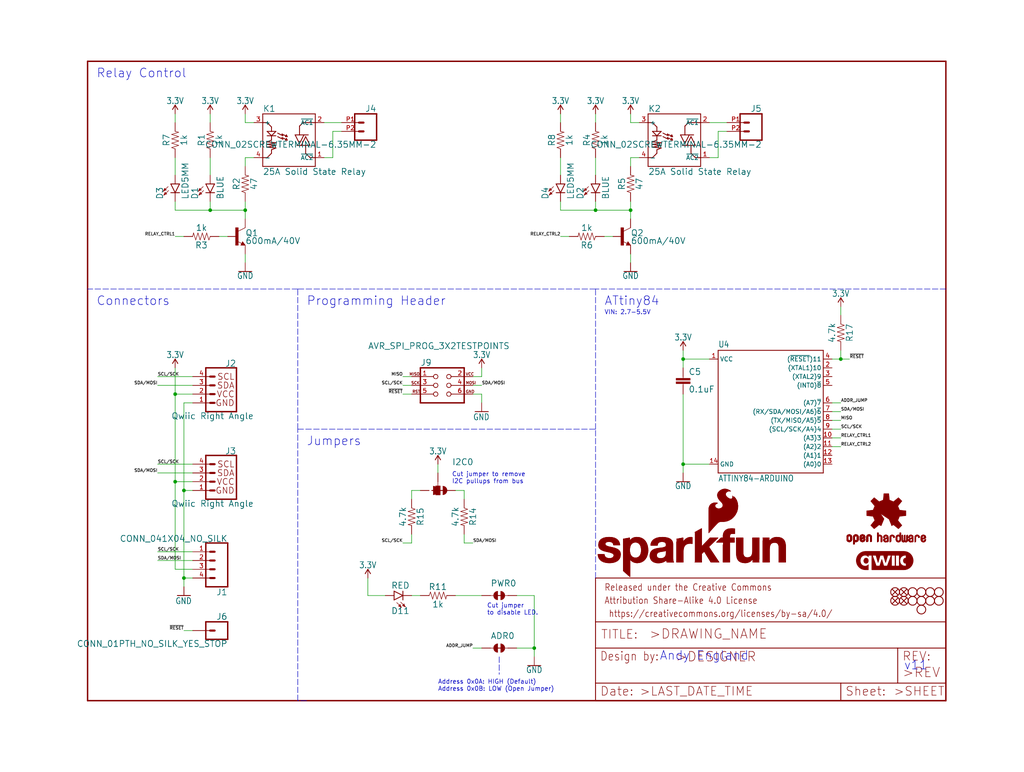
<source format=kicad_sch>
(kicad_sch (version 20211123) (generator eeschema)
  (paper "User" 297.002 223.926)
  (lib_symbols
    (symbol "eagleSchem-eagle-import:0.1UF-0603-25V-(+80{slash}-20%)"
      (property "Reference" "C" (at 1.524 2.921 0))
      (property "Value" "0.1UF-0603-25V-(+80{slash}-20%)" (at 1.524 -2.159 0))
      (symbol "0.1UF-0603-25V-(+80{slash}-20%)_1_0"
        (pin passive line (at 0 5.08 270) (length 2.54) (name "1") (number "1"))
        (pin passive line (at 0 -2.54 90) (length 2.54) (name "2") (number "2"))
      )
    )
    (symbol "eagleSchem-eagle-import:1KOHM-0603-1{slash}10W-1%"
      (property "Reference" "R" (at 0 1.524 0))
      (property "Value" "1KOHM-0603-1{slash}10W-1%" (at 0 -1.524 0))
      (symbol "1KOHM-0603-1{slash}10W-1%_1_0"
        (pin passive line (at -5.08 0 0) (length 2.54) (name "1") (number "1"))
        (pin passive line (at 5.08 0 180) (length 2.54) (name "2") (number "2"))
      )
    )
    (symbol "eagleSchem-eagle-import:3.3V" (power)
      (property "Value" "3.3V" (at 0 2.794 0))
      (symbol "3.3V_1_0"
        (pin power_in line (at 0 0 90) (length 2.54) (name "3.3V") (number "1"))
      )
    )
    (symbol "eagleSchem-eagle-import:4.7KOHM-0603-1{slash}10W-1%"
      (property "Reference" "R" (at 0 1.524 0))
      (property "Value" "4.7KOHM-0603-1{slash}10W-1%" (at 0 -1.524 0))
      (symbol "4.7KOHM-0603-1{slash}10W-1%_1_0"
        (pin passive line (at -5.08 0 0) (length 2.54) (name "1") (number "1"))
        (pin passive line (at 5.08 0 180) (length 2.54) (name "2") (number "2"))
      )
    )
    (symbol "eagleSchem-eagle-import:47OHM-0603-1{slash}10W-1%"
      (property "Reference" "R" (at 0 1.524 0))
      (property "Value" "47OHM-0603-1{slash}10W-1%" (at 0 -1.524 0))
      (symbol "47OHM-0603-1{slash}10W-1%_1_0"
        (pin passive line (at -5.08 0 0) (length 2.54) (name "1") (number "1"))
        (pin passive line (at 5.08 0 180) (length 2.54) (name "2") (number "2"))
      )
    )
    (symbol "eagleSchem-eagle-import:ATTINY84-ARDUINO"
      (property "Reference" "U" (at -15.24 18.542 0))
      (property "Value" "ATTINY84-ARDUINO" (at -15.24 -20.32 0))
      (symbol "ATTINY84-ARDUINO_1_0"
        (pin bidirectional line (at -17.78 15.24 0) (length 2.54) (name "VCC") (number "1"))
        (pin bidirectional line (at 17.78 -7.62 180) (length 2.54) (name "(A3)3") (number "10"))
        (pin bidirectional line (at 17.78 -10.16 180) (length 2.54) (name "(A2)2") (number "11"))
        (pin bidirectional line (at 17.78 -12.7 180) (length 2.54) (name "(A1)1") (number "12"))
        (pin bidirectional line (at 17.78 -15.24 180) (length 2.54) (name "(A0)0") (number "13"))
        (pin bidirectional line (at -17.78 -15.24 0) (length 2.54) (name "GND") (number "14"))
        (pin bidirectional line (at 17.78 12.7 180) (length 2.54) (name "(XTAL1)10") (number "2"))
        (pin bidirectional line (at 17.78 10.16 180) (length 2.54) (name "(XTAL2)9") (number "3"))
        (pin bidirectional line (at 17.78 15.24 180) (length 2.54) (name "(~{RESET})11") (number "4"))
        (pin bidirectional line (at 17.78 7.62 180) (length 2.54) (name "(INT0)~{8}") (number "5"))
        (pin bidirectional line (at 17.78 2.54 180) (length 2.54) (name "(A7)~{7}") (number "6"))
        (pin bidirectional line (at 17.78 0 180) (length 2.54) (name "(RX/SDA/MOSI/A6)~{6}") (number "7"))
        (pin bidirectional line (at 17.78 -2.54 180) (length 2.54) (name "(TX/MISO/A5)~{5}") (number "8"))
        (pin bidirectional line (at 17.78 -5.08 180) (length 2.54) (name "(SCL/SCK/A4)4") (number "9"))
      )
    )
    (symbol "eagleSchem-eagle-import:AVR_SPI_PROG_3X2TESTPOINTS"
      (property "Reference" "J" (at -5.08 5.588 0))
      (property "Value" "AVR_SPI_PROG_3X2TESTPOINTS" (at -5.08 -7.366 0))
      (symbol "AVR_SPI_PROG_3X2TESTPOINTS_1_0"
        (text "GND" (at 8.001 -2.286 0) (effects (font (size 0.8128 0.8128)) (justify left bottom)))
        (text "MISO" (at -5.207 2.794 0) (effects (font (size 0.8128 0.8128)) (justify right bottom)))
        (text "MOSI" (at 8.001 0.254 0) (effects (font (size 0.8128 0.8128)) (justify left bottom)))
        (text "RST" (at -5.08 -2.286 0) (effects (font (size 0.8128 0.8128)) (justify right bottom)))
        (text "SCK" (at -5.207 0.254 0) (effects (font (size 0.8128 0.8128)) (justify right bottom)))
        (text "VCC" (at 8.001 2.794 0) (effects (font (size 0.8128 0.8128)) (justify left bottom)))
        (pin passive inverted (at -7.62 2.54 0) (length 7.62) (name "1") (number "1"))
        (pin passive inverted (at 10.16 2.54 180) (length 7.62) (name "2") (number "2"))
        (pin passive inverted (at -7.62 0 0) (length 7.62) (name "3") (number "3"))
        (pin passive inverted (at 10.16 0 180) (length 7.62) (name "4") (number "4"))
        (pin passive inverted (at -7.62 -2.54 0) (length 7.62) (name "5") (number "5"))
        (pin passive inverted (at 10.16 -2.54 180) (length 7.62) (name "6") (number "6"))
      )
    )
    (symbol "eagleSchem-eagle-import:CONN_01PTH_NO_SILK_YES_STOP"
      (property "Reference" "J" (at -2.54 3.048 0))
      (property "Value" "CONN_01PTH_NO_SILK_YES_STOP" (at -2.54 -4.826 0))
      (symbol "CONN_01PTH_NO_SILK_YES_STOP_1_0"
        (pin passive line (at 7.62 0 180) (length 5.08) (name "1") (number "1"))
      )
    )
    (symbol "eagleSchem-eagle-import:CONN_02SCREWTERMINAL-6.35MM-2"
      (property "Reference" "J" (at -2.54 5.588 0))
      (property "Value" "CONN_02SCREWTERMINAL-6.35MM-2" (at -2.54 -4.826 0))
      (symbol "CONN_02SCREWTERMINAL-6.35MM-2_1_0"
        (pin passive line (at 7.62 2.54 180) (length 5.08) (name "2") (number "P1"))
        (pin passive line (at 7.62 0 180) (length 5.08) (name "1") (number "P2"))
      )
    )
    (symbol "eagleSchem-eagle-import:CONN_041X04_NO_SILK"
      (property "Reference" "J" (at -5.08 8.128 0))
      (property "Value" "CONN_041X04_NO_SILK" (at -5.08 -7.366 0))
      (symbol "CONN_041X04_NO_SILK_1_0"
        (pin passive line (at 5.08 -2.54 180) (length 5.08) (name "1") (number "1"))
        (pin passive line (at 5.08 0 180) (length 5.08) (name "2") (number "2"))
        (pin passive line (at 5.08 2.54 180) (length 5.08) (name "3") (number "3"))
        (pin passive line (at 5.08 5.08 180) (length 5.08) (name "4") (number "4"))
      )
    )
    (symbol "eagleSchem-eagle-import:FIDUCIAL1X2")
    (symbol "eagleSchem-eagle-import:FRAME-LETTER"
      (symbol "FRAME-LETTER_2_0"
        (text " https://creativecommons.org/licenses/by-sa/4.0/" (at 2.54 24.13 0) (effects (font (size 1.9304 1.6408)) (justify left bottom)))
        (text ">DESIGNER" (at 23.114 11.176 0) (effects (font (size 2.7432 2.7432)) (justify left bottom)))
        (text ">DRAWING_NAME" (at 15.494 17.78 0) (effects (font (size 2.7432 2.7432)) (justify left bottom)))
        (text ">LAST_DATE_TIME" (at 12.7 1.27 0) (effects (font (size 2.54 2.54)) (justify left bottom)))
        (text ">REV" (at 88.9 6.604 0) (effects (font (size 2.7432 2.7432)) (justify left bottom)))
        (text ">SHEET" (at 86.36 1.27 0) (effects (font (size 2.54 2.54)) (justify left bottom)))
        (text "Attribution Share-Alike 4.0 License" (at 2.54 27.94 0) (effects (font (size 1.9304 1.6408)) (justify left bottom)))
        (text "Date:" (at 1.27 1.27 0) (effects (font (size 2.54 2.54)) (justify left bottom)))
        (text "Design by:" (at 1.27 11.43 0) (effects (font (size 2.54 2.159)) (justify left bottom)))
        (text "Released under the Creative Commons" (at 2.54 31.75 0) (effects (font (size 1.9304 1.6408)) (justify left bottom)))
        (text "REV:" (at 88.9 11.43 0) (effects (font (size 2.54 2.54)) (justify left bottom)))
        (text "Sheet:" (at 72.39 1.27 0) (effects (font (size 2.54 2.54)) (justify left bottom)))
        (text "TITLE:" (at 1.524 17.78 0) (effects (font (size 2.54 2.54)) (justify left bottom)))
      )
    )
    (symbol "eagleSchem-eagle-import:GND" (power)
      (property "Value" "GND" (at 0 -0.254 0))
      (symbol "GND_1_0"
        (pin power_in line (at 0 2.54 270) (length 2.54) (name "GND") (number "1"))
      )
    )
    (symbol "eagleSchem-eagle-import:I2C_STANDARDQWIIC"
      (property "Reference" "J" (at -5.08 7.874 0))
      (property "Value" "I2C_STANDARDQWIIC" (at -5.08 -5.334 0))
      (symbol "I2C_STANDARDQWIIC_1_0"
        (text "GND" (at -4.572 -2.54 0) (effects (font (size 1.778 1.778)) (justify left)))
        (text "SCL" (at -4.572 5.08 0) (effects (font (size 1.778 1.778)) (justify left)))
        (text "SDA" (at -4.572 2.54 0) (effects (font (size 1.778 1.778)) (justify left)))
        (text "VCC" (at -4.572 0 0) (effects (font (size 1.778 1.778)) (justify left)))
        (pin power_in line (at 7.62 -2.54 180) (length 5.08) (name "1") (number "1"))
        (pin power_in line (at 7.62 0 180) (length 5.08) (name "2") (number "2"))
        (pin passive line (at 7.62 2.54 180) (length 5.08) (name "3") (number "3"))
        (pin passive line (at 7.62 5.08 180) (length 5.08) (name "4") (number "4"))
      )
    )
    (symbol "eagleSchem-eagle-import:JUMPER-SMT_2_NC_TRACE_SILK"
      (property "Reference" "JP" (at -2.54 2.54 0))
      (property "Value" "JUMPER-SMT_2_NC_TRACE_SILK" (at -2.54 -2.54 0))
      (symbol "JUMPER-SMT_2_NC_TRACE_SILK_1_0"
        (pin passive line (at -5.08 0 0) (length 2.54) (name "1") (number "1"))
        (pin passive line (at 5.08 0 180) (length 2.54) (name "2") (number "2"))
      )
    )
    (symbol "eagleSchem-eagle-import:JUMPER-SMT_3_2-NC_TRACE_SILK"
      (property "Reference" "JP" (at 2.54 0.381 0))
      (property "Value" "JUMPER-SMT_3_2-NC_TRACE_SILK" (at 2.54 -0.381 0))
      (symbol "JUMPER-SMT_3_2-NC_TRACE_SILK_1_0"
        (pin passive line (at 0 5.08 270) (length 2.54) (name "1") (number "1"))
        (pin passive line (at -5.08 0 0) (length 2.54) (name "2") (number "2"))
        (pin passive line (at 0 -5.08 90) (length 2.54) (name "3") (number "3"))
      )
    )
    (symbol "eagleSchem-eagle-import:LED-BLUE0603"
      (property "Reference" "D" (at -3.429 -4.572 90))
      (property "Value" "LED-BLUE0603" (at 1.905 -4.572 90))
      (symbol "LED-BLUE0603_1_0"
        (pin passive line (at 0 2.54 270) (length 2.54) (name "A") (number "A"))
        (pin passive line (at 0 -5.08 90) (length 2.54) (name "C") (number "C"))
      )
    )
    (symbol "eagleSchem-eagle-import:LED-RED0603"
      (property "Reference" "D" (at -3.429 -4.572 90))
      (property "Value" "LED-RED0603" (at 1.905 -4.572 90))
      (symbol "LED-RED0603_1_0"
        (pin passive line (at 0 2.54 270) (length 2.54) (name "A") (number "A"))
        (pin passive line (at 0 -5.08 90) (length 2.54) (name "C") (number "C"))
      )
    )
    (symbol "eagleSchem-eagle-import:LED5MM"
      (property "Reference" "D" (at -3.429 -4.572 90))
      (property "Value" "LED5MM" (at 1.905 -4.572 90))
      (symbol "LED5MM_1_0"
        (pin passive line (at 0 2.54 270) (length 2.54) (name "A") (number "A"))
        (pin passive line (at 0 -5.08 90) (length 2.54) (name "C") (number "K"))
      )
    )
    (symbol "eagleSchem-eagle-import:OSHW-LOGOS")
    (symbol "eagleSchem-eagle-import:QWIIC_LOGO_5MM")
    (symbol "eagleSchem-eagle-import:SFE_LOGO_NAME_FLAME.2_INCH")
    (symbol "eagleSchem-eagle-import:SFE_LOGO_NAME_FLAME.3_INCH")
    (symbol "eagleSchem-eagle-import:SIP_SOLIDSTATERELAY"
      (property "Reference" "K" (at -7.62 8.128 0))
      (property "Value" "SIP_SOLIDSTATERELAY" (at -7.62 -10.16 0))
      (symbol "SIP_SOLIDSTATERELAY_1_0"
        (pin bidirectional line (at 10.16 -5.08 180) (length 2.54) (name "~{AC2}") (number "1"))
        (pin bidirectional line (at 10.16 5.08 180) (length 2.54) (name "~{AC1}") (number "2"))
        (pin bidirectional line (at -10.16 5.08 0) (length 2.54) (name "+") (number "3"))
        (pin bidirectional line (at -10.16 -5.08 0) (length 2.54) (name "-") (number "4"))
      )
    )
    (symbol "eagleSchem-eagle-import:STAND-OFF")
    (symbol "eagleSchem-eagle-import:TRANS_NPN-MMBT2222AL"
      (property "Reference" "Q" (at 2.54 0 0))
      (property "Value" "TRANS_NPN-MMBT2222AL" (at 2.54 -2.286 0))
      (symbol "TRANS_NPN-MMBT2222AL_1_0"
        (pin passive line (at -2.54 0 0) (length 2.54) (name "B") (number "1"))
        (pin passive line (at 2.54 -5.08 90) (length 2.54) (name "E") (number "2"))
        (pin passive line (at 2.54 5.08 270) (length 2.54) (name "C") (number "3"))
      )
    )
  )
  (junction (at 172.72 60.96))
  (junction (at 198.12 104.14))
  (junction (at 154.94 187.96))
  (junction (at 50.8 114.3))
  (junction (at 53.34 167.64))
  (junction (at 53.34 142.24))
  (junction (at 182.88 60.96))
  (junction (at 60.96 60.96))
  (junction (at 243.84 104.14))
  (junction (at 71.12 60.96))
  (junction (at 198.12 134.62))
  (junction (at 50.8 139.7))
  (wire (pts (xy 139.7 109.22) (xy 139.7 106.68)))
  (wire (pts (xy 241.3 124.46) (xy 243.84 124.46)))
  (wire (pts (xy 119.38 157.48) (xy 116.84 157.48)))
  (wire (pts (xy 162.56 58.42) (xy 162.56 60.96)))
  (wire (pts (xy 50.8 35.56) (xy 50.8 33.02)))
  (wire (pts (xy 55.88 162.56) (xy 45.72 162.56)))
  (wire (pts (xy 55.88 111.76) (xy 45.72 111.76)))
  (polyline (pts (xy 86.36 124.46) (xy 86.36 83.82)))
  (wire (pts (xy 210.82 38.1) (xy 208.28 38.1)))
  (polyline (pts (xy 274.32 83.82) (xy 172.72 83.82)))
  (wire (pts (xy 241.3 121.92) (xy 243.84 121.92)))
  (wire (pts (xy 63.5 68.58) (xy 66.04 68.58)))
  (wire (pts (xy 99.06 38.1) (xy 96.52 38.1)))
  (wire (pts (xy 198.12 104.14) (xy 198.12 106.68)))
  (wire (pts (xy 134.62 154.94) (xy 134.62 157.48)))
  (wire (pts (xy 198.12 101.6) (xy 198.12 104.14)))
  (wire (pts (xy 182.88 48.26) (xy 182.88 45.72)))
  (wire (pts (xy 50.8 58.42) (xy 50.8 60.96)))
  (wire (pts (xy 137.16 111.76) (xy 139.7 111.76)))
  (wire (pts (xy 53.34 142.24) (xy 53.34 167.64)))
  (wire (pts (xy 93.98 35.56) (xy 99.06 35.56)))
  (wire (pts (xy 162.56 35.56) (xy 162.56 33.02)))
  (wire (pts (xy 154.94 187.96) (xy 154.94 190.5)))
  (polyline (pts (xy 86.36 203.2) (xy 86.36 124.46)))
  (wire (pts (xy 53.34 116.84) (xy 53.34 142.24)))
  (wire (pts (xy 119.38 111.76) (xy 116.84 111.76)))
  (wire (pts (xy 205.74 134.62) (xy 198.12 134.62)))
  (wire (pts (xy 60.96 60.96) (xy 71.12 60.96)))
  (wire (pts (xy 55.88 167.64) (xy 53.34 167.64)))
  (wire (pts (xy 172.72 45.72) (xy 172.72 50.8)))
  (wire (pts (xy 50.8 60.96) (xy 60.96 60.96)))
  (polyline (pts (xy 172.72 83.82) (xy 86.36 83.82)))
  (wire (pts (xy 50.8 114.3) (xy 55.88 114.3)))
  (wire (pts (xy 241.3 119.38) (xy 243.84 119.38)))
  (wire (pts (xy 71.12 35.56) (xy 71.12 33.02)))
  (wire (pts (xy 172.72 60.96) (xy 182.88 60.96)))
  (wire (pts (xy 73.66 45.72) (xy 71.12 45.72)))
  (wire (pts (xy 53.34 68.58) (xy 50.8 68.58)))
  (wire (pts (xy 119.38 154.94) (xy 119.38 157.48)))
  (wire (pts (xy 243.84 101.6) (xy 243.84 104.14)))
  (wire (pts (xy 71.12 58.42) (xy 71.12 60.96)))
  (wire (pts (xy 106.68 167.64) (xy 106.68 172.72)))
  (wire (pts (xy 71.12 60.96) (xy 71.12 63.5)))
  (polyline (pts (xy 86.36 83.82) (xy 25.4 83.82)))
  (wire (pts (xy 119.38 114.3) (xy 116.84 114.3)))
  (wire (pts (xy 172.72 35.56) (xy 172.72 33.02)))
  (wire (pts (xy 55.88 165.1) (xy 50.8 165.1)))
  (polyline (pts (xy 144.78 190.5) (xy 144.78 195.58)))
  (wire (pts (xy 50.8 139.7) (xy 50.8 114.3)))
  (wire (pts (xy 55.88 182.88) (xy 53.34 182.88)))
  (wire (pts (xy 165.1 68.58) (xy 162.56 68.58)))
  (wire (pts (xy 241.3 129.54) (xy 243.84 129.54)))
  (wire (pts (xy 60.96 35.56) (xy 60.96 33.02)))
  (polyline (pts (xy 172.72 167.64) (xy 172.72 124.46)))
  (wire (pts (xy 154.94 172.72) (xy 154.94 187.96)))
  (wire (pts (xy 55.88 109.22) (xy 45.72 109.22)))
  (wire (pts (xy 182.88 60.96) (xy 182.88 63.5)))
  (wire (pts (xy 60.96 58.42) (xy 60.96 60.96)))
  (polyline (pts (xy 172.72 124.46) (xy 172.72 83.82)))
  (wire (pts (xy 55.88 116.84) (xy 53.34 116.84)))
  (polyline (pts (xy 86.36 124.46) (xy 172.72 124.46)))
  (wire (pts (xy 139.7 187.96) (xy 137.16 187.96)))
  (wire (pts (xy 172.72 58.42) (xy 172.72 60.96)))
  (wire (pts (xy 139.7 172.72) (xy 132.08 172.72)))
  (wire (pts (xy 119.38 142.24) (xy 121.92 142.24)))
  (wire (pts (xy 149.86 187.96) (xy 154.94 187.96)))
  (wire (pts (xy 96.52 38.1) (xy 96.52 45.72)))
  (wire (pts (xy 50.8 45.72) (xy 50.8 50.8)))
  (wire (pts (xy 162.56 45.72) (xy 162.56 50.8)))
  (wire (pts (xy 71.12 76.2) (xy 71.12 73.66)))
  (wire (pts (xy 198.12 134.62) (xy 198.12 137.16)))
  (wire (pts (xy 50.8 165.1) (xy 50.8 139.7)))
  (wire (pts (xy 55.88 139.7) (xy 50.8 139.7)))
  (polyline (pts (xy 88.9 203.2) (xy 86.36 203.2)))
  (wire (pts (xy 119.38 109.22) (xy 116.84 109.22)))
  (wire (pts (xy 55.88 134.62) (xy 45.72 134.62)))
  (wire (pts (xy 182.88 58.42) (xy 182.88 60.96)))
  (wire (pts (xy 198.12 134.62) (xy 198.12 114.3)))
  (wire (pts (xy 55.88 142.24) (xy 53.34 142.24)))
  (wire (pts (xy 175.26 68.58) (xy 177.8 68.58)))
  (wire (pts (xy 182.88 35.56) (xy 185.42 35.56)))
  (wire (pts (xy 60.96 45.72) (xy 60.96 50.8)))
  (wire (pts (xy 55.88 160.02) (xy 45.72 160.02)))
  (wire (pts (xy 137.16 109.22) (xy 139.7 109.22)))
  (wire (pts (xy 55.88 137.16) (xy 45.72 137.16)))
  (wire (pts (xy 208.28 38.1) (xy 208.28 45.72)))
  (wire (pts (xy 241.3 127) (xy 243.84 127)))
  (wire (pts (xy 241.3 104.14) (xy 243.84 104.14)))
  (wire (pts (xy 106.68 172.72) (xy 111.76 172.72)))
  (wire (pts (xy 50.8 106.68) (xy 50.8 114.3)))
  (wire (pts (xy 53.34 170.18) (xy 53.34 167.64)))
  (wire (pts (xy 139.7 116.84) (xy 139.7 114.3)))
  (wire (pts (xy 132.08 142.24) (xy 134.62 142.24)))
  (wire (pts (xy 127 134.62) (xy 127 137.16)))
  (wire (pts (xy 96.52 45.72) (xy 93.98 45.72)))
  (wire (pts (xy 71.12 35.56) (xy 73.66 35.56)))
  (wire (pts (xy 137.16 114.3) (xy 139.7 114.3)))
  (wire (pts (xy 205.74 35.56) (xy 210.82 35.56)))
  (wire (pts (xy 149.86 172.72) (xy 154.94 172.72)))
  (wire (pts (xy 208.28 45.72) (xy 205.74 45.72)))
  (wire (pts (xy 71.12 48.26) (xy 71.12 45.72)))
  (wire (pts (xy 205.74 104.14) (xy 198.12 104.14)))
  (wire (pts (xy 134.62 157.48) (xy 137.16 157.48)))
  (wire (pts (xy 185.42 45.72) (xy 182.88 45.72)))
  (wire (pts (xy 119.38 172.72) (xy 121.92 172.72)))
  (wire (pts (xy 162.56 60.96) (xy 172.72 60.96)))
  (wire (pts (xy 182.88 76.2) (xy 182.88 73.66)))
  (wire (pts (xy 134.62 142.24) (xy 134.62 144.78)))
  (wire (pts (xy 182.88 35.56) (xy 182.88 33.02)))
  (wire (pts (xy 119.38 144.78) (xy 119.38 142.24)))
  (wire (pts (xy 243.84 88.9) (xy 243.84 91.44)))
  (wire (pts (xy 241.3 116.84) (xy 243.84 116.84)))
  (wire (pts (xy 243.84 104.14) (xy 246.38 104.14)))
  (text "Address 0x0A: HIGH (Default)\nAddress 0x0B: LOW (Open Jumper)" (at 127 200.66 0) (effects (font (size 1.27 1.27)) (justify left bottom)))
  (text "v11" (at 262.128 194.564 180) (effects (font (size 2.54 2.54)) (justify left bottom)))
  (text "Cut jumper to remove\nI2C pullups from bus" (at 131.064 140.462 180) (effects (font (size 1.27 1.27)) (justify left bottom)))
  (text "Programming Header" (at 88.9 88.9 180) (effects (font (size 2.54 2.54)) (justify left bottom)))
  (text "Andy England" (at 191.262 191.77 180) (effects (font (size 2.54 2.54)) (justify left bottom)))
  (text "Jumpers" (at 88.9 129.54 180) (effects (font (size 2.54 2.54)) (justify left bottom)))
  (text "ATtiny84" (at 175.26 88.9 180) (effects (font (size 2.54 2.54)) (justify left bottom)))
  (text "Relay Control" (at 27.94 22.86 180) (effects (font (size 2.54 2.54)) (justify left bottom)))
  (text "Connectors" (at 27.94 88.9 180) (effects (font (size 2.54 2.54)) (justify left bottom)))
  (text "VIN: 2.7-5.5V" (at 175.26 91.44 180) (effects (font (size 1.27 1.27)) (justify left bottom)))
  (text "Cut jumper\nto disable LED." (at 141.224 178.562 180) (effects (font (size 1.27 1.27)) (justify left bottom)))
  (label "SDA/MOSI" (at 139.7 111.76 0) (effects (font (size 0.889 0.889))))
  (label "RELAY_CTRL2" (at 243.84 129.54 0) (effects (font (size 0.889 0.889))))
  (label "SDA/MOSI" (at 45.72 162.56 0) (effects (font (size 0.889 0.889))))
  (label "~{RESET}" (at 246.38 104.14 0) (effects (font (size 0.889 0.889))))
  (label "SDA/MOSI" (at 45.72 111.76 180) (effects (font (size 0.889 0.889))))
  (label "SCL/SCK" (at 45.72 109.22 0) (effects (font (size 0.889 0.889))))
  (label "RELAY_CTRL1" (at 243.84 127 0) (effects (font (size 0.889 0.889))))
  (label "ADDR_JUMP" (at 243.84 116.84 0) (effects (font (size 0.889 0.889))))
  (label "SCL/SCK" (at 243.84 124.46 0) (effects (font (size 0.889 0.889))))
  (label "MISO" (at 243.84 121.92 0) (effects (font (size 0.889 0.889))))
  (label "RELAY_CTRL2" (at 162.56 68.58 180) (effects (font (size 0.889 0.889))))
  (label "SCL/SCK" (at 45.72 134.62 0) (effects (font (size 0.889 0.889))))
  (label "SCL/SCK" (at 116.84 111.76 180) (effects (font (size 0.889 0.889))))
  (label "MISO" (at 116.84 109.22 180) (effects (font (size 0.889 0.889))))
  (label "SDA/MOSI" (at 45.72 137.16 180) (effects (font (size 0.889 0.889))))
  (label "SDA/MOSI" (at 137.16 157.48 0) (effects (font (size 0.889 0.889))))
  (label "~{RESET}" (at 116.84 114.3 180) (effects (font (size 0.889 0.889))))
  (label "SDA/MOSI" (at 243.84 119.38 0) (effects (font (size 0.889 0.889))))
  (label "SCL/SCK" (at 45.72 160.02 0) (effects (font (size 0.889 0.889))))
  (label "SCL/SCK" (at 116.84 157.48 180) (effects (font (size 0.889 0.889))))
  (label "RELAY_CTRL1" (at 50.8 68.58 180) (effects (font (size 0.889 0.889))))
  (label "ADDR_JUMP" (at 137.16 187.96 180) (effects (font (size 0.889 0.889))))
  (label "~{RESET}" (at 53.34 182.88 180) (effects (font (size 0.889 0.889))))
  (symbol (lib_id "eagleSchem-eagle-import:CONN_041X04_NO_SILK") (at 60.96 162.56 180) (unit 1)
    (property "Reference" "J1" (at 66.04 170.688 0) (effects (font (size 1.778 1.778)) (justify left bottom)))
    (property "Value" "CONN_041X04_NO_SILK" (at 66.04 155.194 0) (effects (font (size 1.778 1.778)) (justify left bottom)))
    (property "Footprint" "eagleSchem:1X04_NO_SILK" (effects hide))
  )
  (symbol (lib_id "eagleSchem-eagle-import:STAND-OFF") (at 272.288 171.704 0) (unit 1)
    (property "Reference" "JP3" (effects hide))
    (property "Value" "STAND-OFF" (effects hide))
    (property "Footprint" "eagleSchem:STAND-OFF" (effects hide))
  )
  (symbol (lib_id "eagleSchem-eagle-import:LED-RED0603") (at 114.3 172.72 90) (unit 1)
    (property "Reference" "D11" (at 118.872 176.149 90) (effects (font (size 1.778 1.778)) (justify left bottom)))
    (property "Value" "RED" (at 118.872 170.815 90) (effects (font (size 1.778 1.778)) (justify left top)))
    (property "Footprint" "eagleSchem:LED-0603" (effects hide))
  )
  (symbol (lib_id "eagleSchem-eagle-import:SFE_LOGO_NAME_FLAME.3_INCH") (at 172.72 167.64 0) (unit 1)
    (property "Reference" "LOGO3" (effects hide))
    (property "Value" "SFE_LOGO_NAME_FLAME.3_INCH" (effects hide))
    (property "Footprint" "eagleSchem:SFE_LOGO_NAME_FLAME_.3" (effects hide))
  )
  (symbol (lib_id "eagleSchem-eagle-import:3.3V") (at 243.84 88.9 0) (unit 1)
    (property "Reference" "#SUPPLY1" (effects hide))
    (property "Value" "3.3V" (at 243.84 86.106 0) (effects (font (size 1.778 1.5113)) (justify bottom)))
    (property "Footprint" "eagleSchem:" (effects hide))
  )
  (symbol (lib_id "eagleSchem-eagle-import:3.3V") (at 172.72 33.02 0) (unit 1)
    (property "Reference" "#SUPPLY8" (effects hide))
    (property "Value" "3.3V" (at 172.72 30.226 0) (effects (font (size 1.778 1.5113)) (justify bottom)))
    (property "Footprint" "eagleSchem:" (effects hide))
  )
  (symbol (lib_id "eagleSchem-eagle-import:FIDUCIAL1X2") (at 262.128 174.244 0) (unit 1)
    (property "Reference" "FD4" (effects hide))
    (property "Value" "FIDUCIAL1X2" (effects hide))
    (property "Footprint" "eagleSchem:FIDUCIAL-1X2" (effects hide))
  )
  (symbol (lib_id "eagleSchem-eagle-import:STAND-OFF") (at 272.288 174.244 0) (unit 1)
    (property "Reference" "JP8" (effects hide))
    (property "Value" "STAND-OFF" (effects hide))
    (property "Footprint" "eagleSchem:STAND-OFF" (effects hide))
  )
  (symbol (lib_id "eagleSchem-eagle-import:LED5MM") (at 162.56 53.34 0) (unit 1)
    (property "Reference" "D4" (at 159.131 57.912 90) (effects (font (size 1.778 1.778)) (justify left bottom)))
    (property "Value" "LED5MM" (at 164.465 57.912 90) (effects (font (size 1.778 1.778)) (justify left top)))
    (property "Footprint" "eagleSchem:LED_5MM" (effects hide))
  )
  (symbol (lib_id "eagleSchem-eagle-import:GND") (at 198.12 139.7 0) (unit 1)
    (property "Reference" "#GND3" (effects hide))
    (property "Value" "GND" (at 198.12 139.954 0) (effects (font (size 1.778 1.5113)) (justify top)))
    (property "Footprint" "eagleSchem:" (effects hide))
  )
  (symbol (lib_id "eagleSchem-eagle-import:1KOHM-0603-1{slash}10W-1%") (at 50.8 40.64 90) (unit 1)
    (property "Reference" "R7" (at 49.276 40.64 0) (effects (font (size 1.778 1.778)) (justify bottom)))
    (property "Value" "1k" (at 52.324 40.64 0) (effects (font (size 1.778 1.778)) (justify top)))
    (property "Footprint" "eagleSchem:0603" (effects hide))
  )
  (symbol (lib_id "eagleSchem-eagle-import:TRANS_NPN-MMBT2222AL") (at 180.34 68.58 0) (unit 1)
    (property "Reference" "Q2" (at 182.88 68.58 0) (effects (font (size 1.778 1.778)) (justify left bottom)))
    (property "Value" "600mA/40V" (at 182.88 70.866 0) (effects (font (size 1.778 1.778)) (justify left bottom)))
    (property "Footprint" "eagleSchem:SOT23-3" (effects hide))
  )
  (symbol (lib_id "eagleSchem-eagle-import:47OHM-0603-1{slash}10W-1%") (at 71.12 53.34 90) (unit 1)
    (property "Reference" "R2" (at 69.596 53.34 0) (effects (font (size 1.778 1.778)) (justify bottom)))
    (property "Value" "47" (at 72.644 53.34 0) (effects (font (size 1.778 1.778)) (justify top)))
    (property "Footprint" "eagleSchem:0603" (effects hide))
  )
  (symbol (lib_id "eagleSchem-eagle-import:47OHM-0603-1{slash}10W-1%") (at 182.88 53.34 90) (unit 1)
    (property "Reference" "R5" (at 181.356 53.34 0) (effects (font (size 1.778 1.778)) (justify bottom)))
    (property "Value" "47" (at 184.404 53.34 0) (effects (font (size 1.778 1.778)) (justify top)))
    (property "Footprint" "eagleSchem:0603" (effects hide))
  )
  (symbol (lib_id "eagleSchem-eagle-import:1KOHM-0603-1{slash}10W-1%") (at 127 172.72 0) (unit 1)
    (property "Reference" "R11" (at 127 171.196 0) (effects (font (size 1.778 1.778)) (justify bottom)))
    (property "Value" "1k" (at 127 174.244 0) (effects (font (size 1.778 1.778)) (justify top)))
    (property "Footprint" "eagleSchem:0603" (effects hide))
  )
  (symbol (lib_id "eagleSchem-eagle-import:STAND-OFF") (at 269.748 174.244 0) (unit 1)
    (property "Reference" "JP2" (effects hide))
    (property "Value" "STAND-OFF" (effects hide))
    (property "Footprint" "eagleSchem:STAND-OFF" (effects hide))
  )
  (symbol (lib_id "eagleSchem-eagle-import:STAND-OFF") (at 267.208 174.244 0) (unit 1)
    (property "Reference" "JP7" (effects hide))
    (property "Value" "STAND-OFF" (effects hide))
    (property "Footprint" "eagleSchem:STAND-OFF" (effects hide))
  )
  (symbol (lib_id "eagleSchem-eagle-import:LED5MM") (at 50.8 53.34 0) (unit 1)
    (property "Reference" "D3" (at 47.371 57.912 90) (effects (font (size 1.778 1.778)) (justify left bottom)))
    (property "Value" "LED5MM" (at 52.705 57.912 90) (effects (font (size 1.778 1.778)) (justify left top)))
    (property "Footprint" "eagleSchem:LED_5MM" (effects hide))
  )
  (symbol (lib_id "eagleSchem-eagle-import:3.3V") (at 182.88 33.02 0) (unit 1)
    (property "Reference" "#SUPPLY7" (effects hide))
    (property "Value" "3.3V" (at 182.88 30.226 0) (effects (font (size 1.778 1.5113)) (justify bottom)))
    (property "Footprint" "eagleSchem:" (effects hide))
  )
  (symbol (lib_id "eagleSchem-eagle-import:TRANS_NPN-MMBT2222AL") (at 68.58 68.58 0) (unit 1)
    (property "Reference" "Q1" (at 71.12 68.58 0) (effects (font (size 1.778 1.778)) (justify left bottom)))
    (property "Value" "600mA/40V" (at 71.12 70.866 0) (effects (font (size 1.778 1.778)) (justify left bottom)))
    (property "Footprint" "eagleSchem:SOT23-3" (effects hide))
  )
  (symbol (lib_id "eagleSchem-eagle-import:STAND-OFF") (at 264.668 171.704 0) (unit 1)
    (property "Reference" "JP4" (effects hide))
    (property "Value" "STAND-OFF" (effects hide))
    (property "Footprint" "eagleSchem:STAND-OFF" (effects hide))
  )
  (symbol (lib_id "eagleSchem-eagle-import:1KOHM-0603-1{slash}10W-1%") (at 170.18 68.58 180) (unit 1)
    (property "Reference" "R6" (at 170.18 70.104 0) (effects (font (size 1.778 1.778)) (justify bottom)))
    (property "Value" "1k" (at 170.18 67.056 0) (effects (font (size 1.778 1.778)) (justify top)))
    (property "Footprint" "eagleSchem:0603" (effects hide))
  )
  (symbol (lib_id "eagleSchem-eagle-import:3.3V") (at 162.56 33.02 0) (unit 1)
    (property "Reference" "#SUPPLY10" (effects hide))
    (property "Value" "3.3V" (at 162.56 30.226 0) (effects (font (size 1.778 1.5113)) (justify bottom)))
    (property "Footprint" "eagleSchem:" (effects hide))
  )
  (symbol (lib_id "eagleSchem-eagle-import:GND") (at 154.94 193.04 0) (unit 1)
    (property "Reference" "#GND18" (effects hide))
    (property "Value" "GND" (at 154.94 193.294 0) (effects (font (size 1.778 1.5113)) (justify top)))
    (property "Footprint" "eagleSchem:" (effects hide))
  )
  (symbol (lib_id "eagleSchem-eagle-import:STAND-OFF") (at 264.668 174.244 0) (unit 1)
    (property "Reference" "JP5" (effects hide))
    (property "Value" "STAND-OFF" (effects hide))
    (property "Footprint" "eagleSchem:STAND-OFF" (effects hide))
  )
  (symbol (lib_id "eagleSchem-eagle-import:3.3V") (at 50.8 106.68 0) (unit 1)
    (property "Reference" "#SUPPLY6" (effects hide))
    (property "Value" "3.3V" (at 50.8 103.886 0) (effects (font (size 1.778 1.5113)) (justify bottom)))
    (property "Footprint" "eagleSchem:" (effects hide))
  )
  (symbol (lib_id "eagleSchem-eagle-import:3.3V") (at 50.8 33.02 0) (unit 1)
    (property "Reference" "#SUPPLY9" (effects hide))
    (property "Value" "3.3V" (at 50.8 30.226 0) (effects (font (size 1.778 1.5113)) (justify bottom)))
    (property "Footprint" "eagleSchem:" (effects hide))
  )
  (symbol (lib_id "eagleSchem-eagle-import:1KOHM-0603-1{slash}10W-1%") (at 60.96 40.64 90) (unit 1)
    (property "Reference" "R1" (at 59.436 40.64 0) (effects (font (size 1.778 1.778)) (justify bottom)))
    (property "Value" "1k" (at 62.484 40.64 0) (effects (font (size 1.778 1.778)) (justify top)))
    (property "Footprint" "eagleSchem:0603" (effects hide))
  )
  (symbol (lib_id "eagleSchem-eagle-import:3.3V") (at 139.7 106.68 0) (unit 1)
    (property "Reference" "#SUPPLY17" (effects hide))
    (property "Value" "3.3V" (at 139.7 103.886 0) (effects (font (size 1.778 1.5113)) (justify bottom)))
    (property "Footprint" "eagleSchem:" (effects hide))
  )
  (symbol (lib_id "eagleSchem-eagle-import:STAND-OFF") (at 269.748 171.704 0) (unit 1)
    (property "Reference" "JP1" (effects hide))
    (property "Value" "STAND-OFF" (effects hide))
    (property "Footprint" "eagleSchem:STAND-OFF" (effects hide))
  )
  (symbol (lib_id "eagleSchem-eagle-import:JUMPER-SMT_2_NC_TRACE_SILK") (at 144.78 172.72 180) (unit 1)
    (property "Reference" "PWR0" (at 142.24 170.18 0) (effects (font (size 1.778 1.778)) (justify right top)))
    (property "Value" "JUMPER-SMT_2_NC_TRACE_SILK" (effects hide))
    (property "Footprint" "eagleSchem:SMT-JUMPER_2_NC_TRACE_SILK" (effects hide))
  )
  (symbol (lib_id "eagleSchem-eagle-import:I2C_STANDARDQWIIC") (at 63.5 114.3 0) (mirror y) (unit 1)
    (property "Reference" "J2" (at 68.58 106.426 0) (effects (font (size 1.778 1.778)) (justify left bottom)))
    (property "Value" "Qwiic Right Angle" (at 73.66 119.634 0) (effects (font (size 1.778 1.778)) (justify left top)))
    (property "Footprint" "eagleSchem:JST04_1MM_RA" (effects hide))
  )
  (symbol (lib_id "eagleSchem-eagle-import:SIP_SOLIDSTATERELAY") (at 195.58 40.64 0) (unit 1)
    (property "Reference" "K2" (at 187.96 32.512 0) (effects (font (size 1.778 1.778)) (justify left bottom)))
    (property "Value" "25A Solid State Relay" (at 187.96 50.8 0) (effects (font (size 1.778 1.778)) (justify left bottom)))
    (property "Footprint" "eagleSchem:PTH_SOLIDSTATERELAY" (effects hide))
  )
  (symbol (lib_id "eagleSchem-eagle-import:JUMPER-SMT_3_2-NC_TRACE_SILK") (at 127 142.24 270) (unit 1)
    (property "Reference" "I2C0" (at 131.064 135.001 90) (effects (font (size 1.778 1.778)) (justify left bottom)))
    (property "Value" "JUMPER-SMT_3_2-NC_TRACE_SILK" (effects hide))
    (property "Footprint" "eagleSchem:SMT-JUMPER_3_2-NC_TRACE_SILK" (effects hide))
  )
  (symbol (lib_id "eagleSchem-eagle-import:3.3V") (at 60.96 33.02 0) (unit 1)
    (property "Reference" "#SUPPLY4" (effects hide))
    (property "Value" "3.3V" (at 60.96 30.226 0) (effects (font (size 1.778 1.5113)) (justify bottom)))
    (property "Footprint" "eagleSchem:" (effects hide))
  )
  (symbol (lib_id "eagleSchem-eagle-import:I2C_STANDARDQWIIC") (at 63.5 139.7 0) (mirror y) (unit 1)
    (property "Reference" "J3" (at 68.58 131.826 0) (effects (font (size 1.778 1.778)) (justify left bottom)))
    (property "Value" "Qwiic Right Angle" (at 73.66 145.034 0) (effects (font (size 1.778 1.778)) (justify left top)))
    (property "Footprint" "eagleSchem:JST04_1MM_RA" (effects hide))
  )
  (symbol (lib_id "eagleSchem-eagle-import:0.1UF-0603-25V-(+80{slash}-20%)") (at 198.12 111.76 0) (unit 1)
    (property "Reference" "C5" (at 199.644 108.839 0) (effects (font (size 1.778 1.778)) (justify left bottom)))
    (property "Value" "0.1uF" (at 199.644 113.919 0) (effects (font (size 1.778 1.778)) (justify left bottom)))
    (property "Footprint" "eagleSchem:0603" (effects hide))
  )
  (symbol (lib_id "eagleSchem-eagle-import:STAND-OFF") (at 267.208 176.784 0) (unit 1)
    (property "Reference" "JP10" (effects hide))
    (property "Value" "STAND-OFF" (effects hide))
    (property "Footprint" "eagleSchem:STAND-OFF" (effects hide))
  )
  (symbol (lib_id "eagleSchem-eagle-import:GND") (at 182.88 78.74 0) (unit 1)
    (property "Reference" "#GND2" (effects hide))
    (property "Value" "GND" (at 182.88 78.994 0) (effects (font (size 1.778 1.5113)) (justify top)))
    (property "Footprint" "eagleSchem:" (effects hide))
  )
  (symbol (lib_id "eagleSchem-eagle-import:GND") (at 53.34 172.72 0) (unit 1)
    (property "Reference" "#GND8" (effects hide))
    (property "Value" "GND" (at 50.8 175.26 0) (effects (font (size 1.778 1.5113)) (justify left bottom)))
    (property "Footprint" "eagleSchem:" (effects hide))
  )
  (symbol (lib_id "eagleSchem-eagle-import:3.3V") (at 71.12 33.02 0) (unit 1)
    (property "Reference" "#SUPPLY3" (effects hide))
    (property "Value" "3.3V" (at 71.12 30.226 0) (effects (font (size 1.778 1.5113)) (justify bottom)))
    (property "Footprint" "eagleSchem:" (effects hide))
  )
  (symbol (lib_id "eagleSchem-eagle-import:3.3V") (at 198.12 101.6 0) (unit 1)
    (property "Reference" "#SUPPLY5" (effects hide))
    (property "Value" "3.3V" (at 198.12 98.806 0) (effects (font (size 1.778 1.5113)) (justify bottom)))
    (property "Footprint" "eagleSchem:" (effects hide))
  )
  (symbol (lib_id "eagleSchem-eagle-import:SIP_SOLIDSTATERELAY") (at 83.82 40.64 0) (unit 1)
    (property "Reference" "K1" (at 76.2 32.512 0) (effects (font (size 1.778 1.778)) (justify left bottom)))
    (property "Value" "25A Solid State Relay" (at 76.2 50.8 0) (effects (font (size 1.778 1.778)) (justify left bottom)))
    (property "Footprint" "eagleSchem:PTH_SOLIDSTATERELAY" (effects hide))
  )
  (symbol (lib_id "eagleSchem-eagle-import:4.7KOHM-0603-1{slash}10W-1%") (at 134.62 149.86 270) (unit 1)
    (property "Reference" "R14" (at 136.144 149.86 0) (effects (font (size 1.778 1.778)) (justify bottom)))
    (property "Value" "4.7k" (at 133.096 149.86 0) (effects (font (size 1.778 1.778)) (justify top)))
    (property "Footprint" "eagleSchem:0603" (effects hide))
  )
  (symbol (lib_id "eagleSchem-eagle-import:FIDUCIAL1X2") (at 259.588 174.244 0) (unit 1)
    (property "Reference" "FD2" (effects hide))
    (property "Value" "FIDUCIAL1X2" (effects hide))
    (property "Footprint" "eagleSchem:FIDUCIAL-1X2" (effects hide))
  )
  (symbol (lib_id "eagleSchem-eagle-import:FIDUCIAL1X2") (at 262.128 171.704 0) (unit 1)
    (property "Reference" "FD3" (effects hide))
    (property "Value" "FIDUCIAL1X2" (effects hide))
    (property "Footprint" "eagleSchem:FIDUCIAL-1X2" (effects hide))
  )
  (symbol (lib_id "eagleSchem-eagle-import:CONN_02SCREWTERMINAL-6.35MM-2") (at 106.68 38.1 0) (mirror y) (unit 1)
    (property "Reference" "J4" (at 109.22 32.512 0) (effects (font (size 1.778 1.778)) (justify left bottom)))
    (property "Value" "CONN_02SCREWTERMINAL-6.35MM-2" (at 109.22 42.926 0) (effects (font (size 1.778 1.778)) (justify left bottom)))
    (property "Footprint" "eagleSchem:1X02_6.35_SCREWTERM" (effects hide))
  )
  (symbol (lib_id "eagleSchem-eagle-import:QWIIC_LOGO_5MM") (at 256.54 162.56 0) (unit 1)
    (property "Reference" "LOGO4" (effects hide))
    (property "Value" "QWIIC_LOGO_5MM" (effects hide))
    (property "Footprint" "eagleSchem:QWIIC_5MM" (effects hide))
  )
  (symbol (lib_id "eagleSchem-eagle-import:GND") (at 139.7 119.38 0) (unit 1)
    (property "Reference" "#GND7" (effects hide))
    (property "Value" "GND" (at 137.16 121.92 0) (effects (font (size 1.778 1.5113)) (justify left bottom)))
    (property "Footprint" "eagleSchem:" (effects hide))
  )
  (symbol (lib_id "eagleSchem-eagle-import:1KOHM-0603-1{slash}10W-1%") (at 162.56 40.64 90) (unit 1)
    (property "Reference" "R8" (at 161.036 40.64 0) (effects (font (size 1.778 1.778)) (justify bottom)))
    (property "Value" "1k" (at 164.084 40.64 0) (effects (font (size 1.778 1.778)) (justify top)))
    (property "Footprint" "eagleSchem:0603" (effects hide))
  )
  (symbol (lib_id "eagleSchem-eagle-import:ATTINY84-ARDUINO") (at 223.52 119.38 0) (unit 1)
    (property "Reference" "U4" (at 208.28 100.838 0) (effects (font (size 1.778 1.5113)) (justify left bottom)))
    (property "Value" "ATTINY84-ARDUINO" (at 208.28 139.7 0) (effects (font (size 1.778 1.5113)) (justify left bottom)))
    (property "Footprint" "eagleSchem:SO14" (effects hide))
  )
  (symbol (lib_id "eagleSchem-eagle-import:LED-BLUE0603") (at 172.72 53.34 0) (unit 1)
    (property "Reference" "D2" (at 169.291 57.912 90) (effects (font (size 1.778 1.778)) (justify left bottom)))
    (property "Value" "BLUE" (at 174.625 57.912 90) (effects (font (size 1.778 1.778)) (justify left top)))
    (property "Footprint" "eagleSchem:LED-0603" (effects hide))
  )
  (symbol (lib_id "eagleSchem-eagle-import:3.3V") (at 127 134.62 0) (unit 1)
    (property "Reference" "#SUPPLY13" (effects hide))
    (property "Value" "3.3V" (at 127 131.826 0) (effects (font (size 1.778 1.5113)) (justify bottom)))
    (property "Footprint" "eagleSchem:" (effects hide))
  )
  (symbol (lib_id "eagleSchem-eagle-import:4.7KOHM-0603-1{slash}10W-1%") (at 119.38 149.86 270) (unit 1)
    (property "Reference" "R15" (at 120.904 149.86 0) (effects (font (size 1.778 1.778)) (justify bottom)))
    (property "Value" "4.7k" (at 117.856 149.86 0) (effects (font (size 1.778 1.778)) (justify top)))
    (property "Footprint" "eagleSchem:0603" (effects hide))
  )
  (symbol (lib_id "eagleSchem-eagle-import:JUMPER-SMT_2_NC_TRACE_SILK") (at 144.78 187.96 0) (unit 1)
    (property "Reference" "ADR0" (at 142.24 185.42 0) (effects (font (size 1.778 1.778)) (justify left bottom)))
    (property "Value" "JUMPER-SMT_2_NC_TRACE_SILK" (effects hide))
    (property "Footprint" "eagleSchem:SMT-JUMPER_2_NC_TRACE_SILK" (effects hide))
  )
  (symbol (lib_id "eagleSchem-eagle-import:FRAME-LETTER") (at 25.4 203.2 0) (unit 1)
    (property "Reference" "FRAME1" (effects hide))
    (property "Value" "FRAME-LETTER" (effects hide))
    (property "Footprint" "eagleSchem:CREATIVE_COMMONS" (effects hide))
  )
  (symbol (lib_id "eagleSchem-eagle-import:LED-BLUE0603") (at 60.96 53.34 0) (unit 1)
    (property "Reference" "D1" (at 57.531 57.912 90) (effects (font (size 1.778 1.778)) (justify left bottom)))
    (property "Value" "BLUE" (at 62.865 57.912 90) (effects (font (size 1.778 1.778)) (justify left top)))
    (property "Footprint" "eagleSchem:LED-0603" (effects hide))
  )
  (symbol (lib_id "eagleSchem-eagle-import:SFE_LOGO_NAME_FLAME.2_INCH") (at 172.72 167.64 0) (unit 1)
    (property "Reference" "LOGO1" (effects hide))
    (property "Value" "SFE_LOGO_NAME_FLAME.2_INCH" (effects hide))
    (property "Footprint" "eagleSchem:SFE_LOGO_NAME_FLAME_.2" (effects hide))
  )
  (symbol (lib_id "eagleSchem-eagle-import:4.7KOHM-0603-1{slash}10W-1%") (at 243.84 96.52 270) (unit 1)
    (property "Reference" "R17" (at 245.364 96.52 0) (effects (font (size 1.778 1.778)) (justify bottom)))
    (property "Value" "4.7k" (at 242.316 96.52 0) (effects (font (size 1.778 1.778)) (justify top)))
    (property "Footprint" "eagleSchem:0603" (effects hide))
  )
  (symbol (lib_id "eagleSchem-eagle-import:GND") (at 71.12 78.74 0) (unit 1)
    (property "Reference" "#GND1" (effects hide))
    (property "Value" "GND" (at 71.12 78.994 0) (effects (font (size 1.778 1.5113)) (justify top)))
    (property "Footprint" "eagleSchem:" (effects hide))
  )
  (symbol (lib_id "eagleSchem-eagle-import:FRAME-LETTER") (at 172.72 203.2 0) (unit 2)
    (property "Reference" "FRAME1" (effects hide))
    (property "Value" "FRAME-LETTER" (effects hide))
    (property "Footprint" "eagleSchem:CREATIVE_COMMONS" (effects hide))
  )
  (symbol (lib_id "eagleSchem-eagle-import:1KOHM-0603-1{slash}10W-1%") (at 58.42 68.58 180) (unit 1)
    (property "Reference" "R3" (at 58.42 70.104 0) (effects (font (size 1.778 1.778)) (justify bottom)))
    (property "Value" "1k" (at 58.42 67.056 0) (effects (font (size 1.778 1.778)) (justify top)))
    (property "Footprint" "eagleSchem:0603" (effects hide))
  )
  (symbol (lib_id "eagleSchem-eagle-import:CONN_02SCREWTERMINAL-6.35MM-2") (at 218.44 38.1 0) (mirror y) (unit 1)
    (property "Reference" "J5" (at 220.98 32.512 0) (effects (font (size 1.778 1.778)) (justify left bottom)))
    (property "Value" "CONN_02SCREWTERMINAL-6.35MM-2" (at 220.98 42.926 0) (effects (font (size 1.778 1.778)) (justify left bottom)))
    (property "Footprint" "eagleSchem:1X02_6.35_SCREWTERM" (effects hide))
  )
  (symbol (lib_id "eagleSchem-eagle-import:FIDUCIAL1X2") (at 259.588 171.704 0) (unit 1)
    (property "Reference" "FD1" (effects hide))
    (property "Value" "FIDUCIAL1X2" (effects hide))
    (property "Footprint" "eagleSchem:FIDUCIAL-1X2" (effects hide))
  )
  (symbol (lib_id "eagleSchem-eagle-import:AVR_SPI_PROG_3X2TESTPOINTS") (at 127 111.76 0) (unit 1)
    (property "Reference" "J9" (at 121.92 106.172 0) (effects (font (size 1.778 1.778)) (justify left bottom)))
    (property "Value" "AVR_SPI_PROG_3X2TESTPOINTS" (at 106.68 101.346 0) (effects (font (size 1.778 1.778)) (justify left bottom)))
    (property "Footprint" "eagleSchem:2X3_TEST_POINTS" (effects hide))
  )
  (symbol (lib_id "eagleSchem-eagle-import:3.3V") (at 106.68 167.64 0) (unit 1)
    (property "Reference" "#SUPPLY2" (effects hide))
    (property "Value" "3.3V" (at 106.68 164.846 0) (effects (font (size 1.778 1.5113)) (justify bottom)))
    (property "Footprint" "eagleSchem:" (effects hide))
  )
  (symbol (lib_id "eagleSchem-eagle-import:CONN_01PTH_NO_SILK_YES_STOP") (at 63.5 182.88 0) (mirror y) (unit 1)
    (property "Reference" "J6" (at 66.04 179.832 0) (effects (font (size 1.778 1.778)) (justify left bottom)))
    (property "Value" "CONN_01PTH_NO_SILK_YES_STOP" (at 66.04 187.706 0) (effects (font (size 1.778 1.778)) (justify left bottom)))
    (property "Footprint" "eagleSchem:1X01_NO_SILK" (effects hide))
  )
  (symbol (lib_id "eagleSchem-eagle-import:OSHW-LOGOS") (at 257.048 148.844 0) (unit 1)
    (property "Reference" "LOGO2" (effects hide))
    (property "Value" "OSHW-LOGOS" (effects hide))
    (property "Footprint" "eagleSchem:OSHW-LOGO-S" (effects hide))
  )
  (symbol (lib_id "eagleSchem-eagle-import:STAND-OFF") (at 267.208 171.704 0) (unit 1)
    (property "Reference" "JP6" (effects hide))
    (property "Value" "STAND-OFF" (effects hide))
    (property "Footprint" "eagleSchem:STAND-OFF" (effects hide))
  )
  (symbol (lib_id "eagleSchem-eagle-import:1KOHM-0603-1{slash}10W-1%") (at 172.72 40.64 90) (unit 1)
    (property "Reference" "R4" (at 171.196 40.64 0) (effects (font (size 1.778 1.778)) (justify bottom)))
    (property "Value" "1k" (at 174.244 40.64 0) (effects (font (size 1.778 1.778)) (justify top)))
    (property "Footprint" "eagleSchem:0603" (effects hide))
  )
)
</source>
